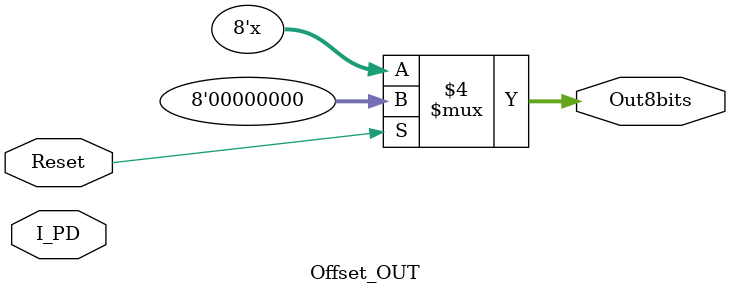
<source format=v>
`timescale 1ns / 1ps
module Offset_OUT #(parameter W = 19)(
    input Reset,									//Entrada de reinicio
    input wire [W-1:0] I_PD,			      //Entrada de datos provenientes del I_PD (12 bits)
    output reg signed [7:0] Out8bits		//Salida "Out8bits" con el offset en 1.65V (8 bits)
    );

	reg [W-1:0] i_pdmasoffset;
	
	always @* begin
		if(Reset) begin
			i_pdmasoffset <= 20'b0;
				  Out8bits <= 8'b0;
		end
		else begin
			i_pdmasoffset <= {!I_PD[W-1], I_PD[W-2:0]};
				  Out8bits <= {i_pdmasoffset[W-1:W-8]};
		end
	end

endmodule

</source>
